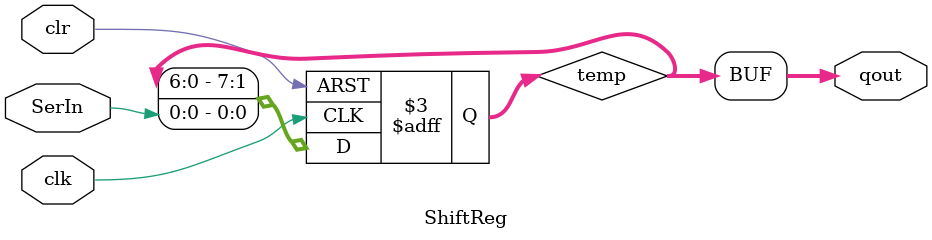
<source format=v>
/************************************************************************
*	File:  ShiftReg.v		TFOX		Ver. 0.2		11/1/22		    *
*																		*
*	A simple shift register.  Used with the USB interface to			*
*		set the end of USB transmission and possibly cue up next byte	*
*   TFOX, N4TLF January 20, 2023   You are free to use it               *
*       however you like.  No warranty expressed or implied             *
************************************************************************/

module ShiftReg
    (
    input           clk,
    input           clr,
    input           SerIn,
    output  [7:0]   qout);
   
reg [7:0] temp;

always @(posedge(clk) or negedge(clr))
    if(clr == 1'b0)
        temp <= 8'b0;
    else begin
        temp = {temp[6:0], SerIn};
    end
    
assign qout = temp;

endmodule



</source>
